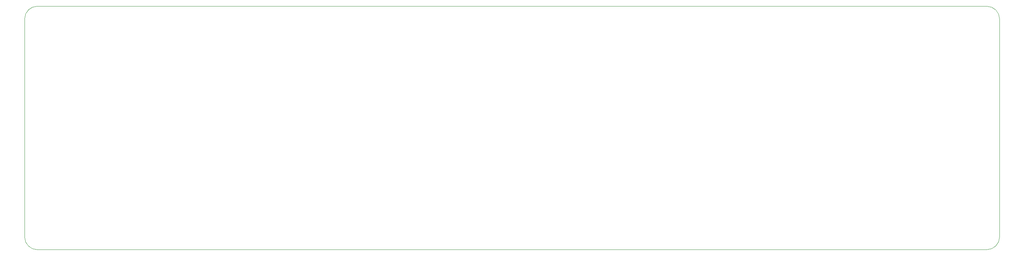
<source format=gbr>
%TF.GenerationSoftware,KiCad,Pcbnew,7.0.7*%
%TF.CreationDate,2023-09-15T12:25:31+10:00*%
%TF.ProjectId,fuckit,6675636b-6974-42e6-9b69-6361645f7063,rev?*%
%TF.SameCoordinates,Original*%
%TF.FileFunction,Profile,NP*%
%FSLAX46Y46*%
G04 Gerber Fmt 4.6, Leading zero omitted, Abs format (unit mm)*
G04 Created by KiCad (PCBNEW 7.0.7) date 2023-09-15 12:25:31*
%MOMM*%
%LPD*%
G01*
G04 APERTURE LIST*
%TA.AperFunction,Profile*%
%ADD10C,0.100000*%
%TD*%
G04 APERTURE END LIST*
D10*
X248345157Y-18676602D02*
X248345157Y-69925965D01*
X245345157Y-72925965D02*
X22645362Y-72925965D01*
X22645362Y-15676602D02*
X245345157Y-15676602D01*
X245345157Y-72925957D02*
G75*
G03*
X248345157Y-69925965I43J2999957D01*
G01*
X22645362Y-15676602D02*
G75*
G03*
X19645362Y-18676602I-2J-2999998D01*
G01*
X19645365Y-69925965D02*
G75*
G03*
X22645362Y-72925965I2999995J-5D01*
G01*
X19645362Y-69925965D02*
X19645362Y-18676602D01*
X248345098Y-18676602D02*
G75*
G03*
X245345157Y-15676602I-2999898J102D01*
G01*
M02*

</source>
